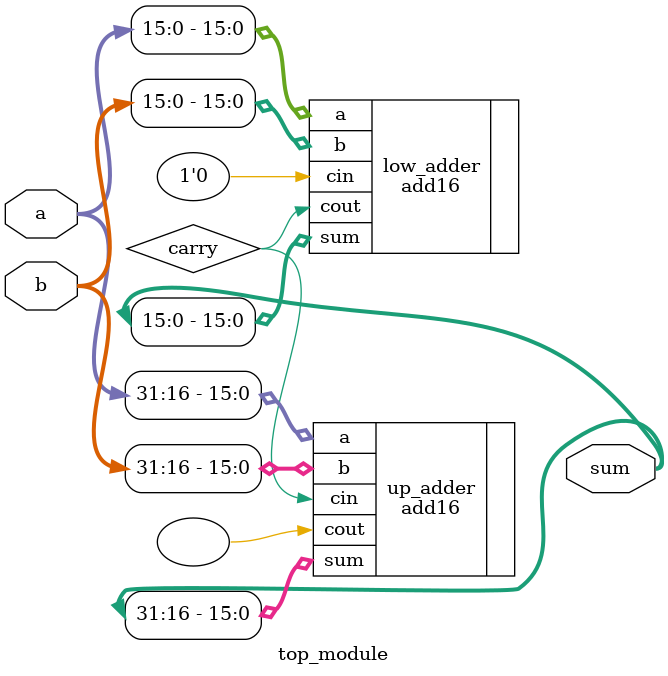
<source format=v>

module top_module(
    input [31:0] a,
    input [31:0] b,
    output [31:0] sum
);
    
    wire carry;
    
    add16 low_adder (
        .a	(a[15:0]),
        .b	(b[15:0]),
        .cin(1'b0),
        .sum(sum[15:0]),
        .cout(carry)
    );
    add16 up_adder (
        .a	(a[31:16]),
        .b	(b[31:16]),
        .cin(carry),
        .sum(sum[31:16]),
        .cout()
    );

endmodule


</source>
